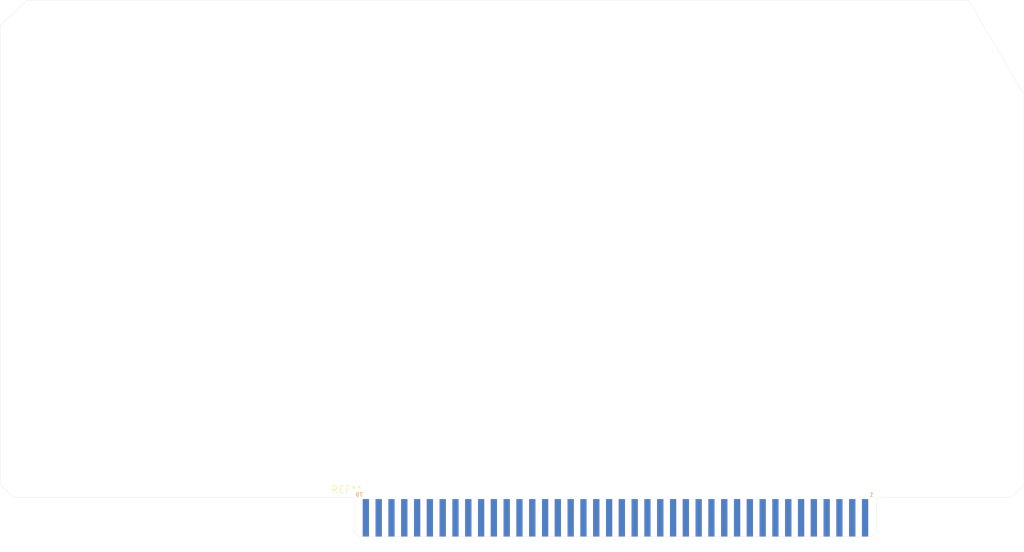
<source format=kicad_pcb>
(kicad_pcb (version 20171130) (host pcbnew 5.1.9)

  (general
    (thickness 1.6)
    (drawings 18)
    (tracks 0)
    (zones 0)
    (modules 1)
    (nets 1)
  )

  (page A4)
  (layers
    (0 F.Cu signal)
    (31 B.Cu signal)
    (32 B.Adhes user)
    (33 F.Adhes user)
    (34 B.Paste user)
    (35 F.Paste user)
    (36 B.SilkS user)
    (37 F.SilkS user)
    (38 B.Mask user)
    (39 F.Mask user)
    (40 Dwgs.User user hide)
    (41 Cmts.User user)
    (42 Eco1.User user)
    (43 Eco2.User user)
    (44 Edge.Cuts user)
    (45 Margin user)
    (46 B.CrtYd user)
    (47 F.CrtYd user)
    (48 B.Fab user)
    (49 F.Fab user)
  )

  (setup
    (last_trace_width 0.25)
    (trace_clearance 0.2)
    (zone_clearance 0.508)
    (zone_45_only no)
    (trace_min 0.2)
    (via_size 0.8)
    (via_drill 0.4)
    (via_min_size 0.4)
    (via_min_drill 0.3)
    (uvia_size 0.3)
    (uvia_drill 0.1)
    (uvias_allowed no)
    (uvia_min_size 0.2)
    (uvia_min_drill 0.1)
    (edge_width 0.05)
    (segment_width 0.2)
    (pcb_text_width 0.3)
    (pcb_text_size 1.5 1.5)
    (mod_edge_width 0.12)
    (mod_text_size 1 1)
    (mod_text_width 0.15)
    (pad_size 1.524 1.524)
    (pad_drill 0.762)
    (pad_to_mask_clearance 0)
    (aux_axis_origin 0 0)
    (visible_elements FEFFFF7F)
    (pcbplotparams
      (layerselection 0x010fc_ffffffff)
      (usegerberextensions false)
      (usegerberattributes true)
      (usegerberadvancedattributes true)
      (creategerberjobfile true)
      (excludeedgelayer true)
      (linewidth 0.150000)
      (plotframeref false)
      (viasonmask false)
      (mode 1)
      (useauxorigin false)
      (hpglpennumber 1)
      (hpglpenspeed 20)
      (hpglpendiameter 15.000000)
      (psnegative false)
      (psa4output false)
      (plotreference true)
      (plotvalue true)
      (plotinvisibletext false)
      (padsonsilk false)
      (subtractmaskfromsilk false)
      (outputformat 1)
      (mirror false)
      (drillshape 1)
      (scaleselection 1)
      (outputdirectory ""))
  )

  (net 0 "")

  (net_class Default "This is the default net class."
    (clearance 0.2)
    (trace_width 0.25)
    (via_dia 0.8)
    (via_drill 0.4)
    (uvia_dia 0.3)
    (uvia_drill 0.1)
  )

  (module GenericComponents:Edge_Connector_80-125 (layer F.Cu) (tedit 6309ADA5) (tstamp 630B1ABC)
    (at 152.654 5.08)
    (fp_text reference REF** (at -66.675 -6.985) (layer F.SilkS)
      (effects (font (size 1.778 1.778) (thickness 0.15)))
    )
    (fp_text value Edge_Connector_80-125 (at 2.5908 7.62) (layer F.Fab)
      (effects (font (size 1 1) (thickness 0.15)))
    )
    (fp_line (start -67.2592 -5.08) (end -64.7192 -5.08) (layer Dwgs.User) (width 0.12))
    (fp_line (start -64.7192 -5.08) (end -64.7192 3.3782) (layer Dwgs.User) (width 0.12))
    (fp_line (start -64.7192 3.3782) (end -63.4492 4.699) (layer Dwgs.User) (width 0.12))
    (fp_line (start -63.4492 4.699) (end 63.6524 4.699) (layer Dwgs.User) (width 0.12))
    (fp_line (start 63.6524 4.699) (end 64.9224 3.429) (layer Dwgs.User) (width 0.12))
    (fp_line (start 64.9224 3.429) (end 64.9224 -5.08) (layer Dwgs.User) (width 0.12))
    (fp_line (start 64.9224 -5.08) (end 67.4624 -5.08) (layer Dwgs.User) (width 0.12))
    (fp_text user 80 (at -63.5 -5.715) (layer F.SilkS)
      (effects (font (size 1 1) (thickness 0.15)))
    )
    (fp_text user 2 (at 63.5 -5.715) (layer F.SilkS)
      (effects (font (size 1 1) (thickness 0.15)))
    )
    (fp_text user 79 (at -63.5 -5.715) (layer B.SilkS)
      (effects (font (size 1 1) (thickness 0.15)) (justify mirror))
    )
    (fp_text user 1 (at 63.5 -5.715) (layer B.SilkS)
      (effects (font (size 1 1) (thickness 0.15)) (justify mirror))
    )
    (pad 60 connect rect (at -30.1625 0) (size 1.524 9.271) (layers F.Cu F.Mask))
    (pad 58 connect rect (at -26.9875 0) (size 1.524 9.271) (layers F.Cu F.Mask))
    (pad 56 connect rect (at -23.8125 0) (size 1.524 9.271) (layers F.Cu F.Mask))
    (pad 54 connect rect (at -20.6375 0) (size 1.524 9.271) (layers F.Cu F.Mask))
    (pad 52 connect rect (at -17.4625 0) (size 1.524 9.271) (layers F.Cu F.Mask))
    (pad 50 connect rect (at -14.2875 0) (size 1.524 9.271) (layers F.Cu F.Mask))
    (pad 48 connect rect (at -11.1125 0) (size 1.524 9.271) (layers F.Cu F.Mask))
    (pad 42 connect rect (at -1.5875 0) (size 1.524 9.271) (layers F.Cu F.Mask))
    (pad 46 connect rect (at -7.9375 0) (size 1.524 9.271) (layers F.Cu F.Mask))
    (pad 44 connect rect (at -4.7625 0) (size 1.524 9.271) (layers F.Cu F.Mask))
    (pad 36 connect rect (at 7.9375 0) (size 1.524 9.271) (layers F.Cu F.Mask))
    (pad 40 connect rect (at 1.5875 0) (size 1.524 9.271) (layers F.Cu F.Mask))
    (pad 38 connect rect (at 4.7625 0) (size 1.524 9.271) (layers F.Cu F.Mask))
    (pad 34 connect rect (at 11.1125 0) (size 1.524 9.271) (layers F.Cu F.Mask))
    (pad 28 connect rect (at 20.6375 0) (size 1.524 9.271) (layers F.Cu F.Mask))
    (pad 32 connect rect (at 14.2875 0) (size 1.524 9.271) (layers F.Cu F.Mask))
    (pad 30 connect rect (at 17.4625 0) (size 1.524 9.271) (layers F.Cu F.Mask))
    (pad 22 connect rect (at 30.1625 0) (size 1.524 9.271) (layers F.Cu F.Mask))
    (pad 26 connect rect (at 23.8125 0) (size 1.524 9.271) (layers F.Cu F.Mask))
    (pad 12 connect rect (at 46.0375 0) (size 1.524 9.271) (layers F.Cu F.Mask))
    (pad 10 connect rect (at 49.2125 0) (size 1.524 9.271) (layers F.Cu F.Mask))
    (pad 24 connect rect (at 26.9875 0) (size 1.524 9.271) (layers F.Cu F.Mask))
    (pad 6 connect rect (at 55.5625 0) (size 1.524 9.271) (layers F.Cu F.Mask))
    (pad 20 connect rect (at 33.3375 0) (size 1.524 9.271) (layers F.Cu F.Mask))
    (pad 18 connect rect (at 36.5125 0) (size 1.524 9.271) (layers F.Cu F.Mask))
    (pad 14 connect rect (at 42.8625 0) (size 1.524 9.271) (layers F.Cu F.Mask))
    (pad 16 connect rect (at 39.6875 0) (size 1.524 9.271) (layers F.Cu F.Mask))
    (pad 8 connect rect (at 52.3875 0) (size 1.524 9.271) (layers F.Cu F.Mask))
    (pad 4 connect rect (at 58.7375 0) (size 1.524 9.271) (layers F.Cu F.Mask))
    (pad 2 connect rect (at 61.9125 0) (size 1.524 9.271) (layers F.Cu F.Mask))
    (pad 76 connect rect (at -55.5625 0) (size 1.524 9.271) (layers F.Cu F.Mask))
    (pad 62 connect rect (at -33.3375 0) (size 1.524 9.271) (layers F.Cu F.Mask))
    (pad 64 connect rect (at -36.5125 0) (size 1.524 9.271) (layers F.Cu F.Mask))
    (pad 74 connect rect (at -52.3875 0) (size 1.524 9.271) (layers F.Cu F.Mask))
    (pad 80 connect rect (at -61.9125 0) (size 1.524 9.271) (layers F.Cu F.Mask))
    (pad 70 connect rect (at -46.0375 0) (size 1.524 9.271) (layers F.Cu F.Mask))
    (pad 68 connect rect (at -42.8625 0) (size 1.524 9.271) (layers F.Cu F.Mask))
    (pad 66 connect rect (at -39.6875 0) (size 1.524 9.271) (layers F.Cu F.Mask))
    (pad 78 connect rect (at -58.7375 0) (size 1.524 9.271) (layers F.Cu F.Mask))
    (pad 72 connect rect (at -49.2125 0) (size 1.524 9.271) (layers F.Cu F.Mask))
    (pad 73 connect rect (at -52.3875 0) (size 1.524 9.271) (layers B.Cu F.Mask))
    (pad 63 connect rect (at -36.5125 0) (size 1.524 9.271) (layers B.Cu F.Mask))
    (pad 15 connect rect (at 39.6875 0) (size 1.524 9.271) (layers B.Cu F.Mask))
    (pad 33 connect rect (at 11.1125 0) (size 1.524 9.271) (layers B.Cu F.Mask))
    (pad 59 connect rect (at -30.1625 0) (size 1.524 9.271) (layers B.Cu F.Mask))
    (pad 71 connect rect (at -49.2125 0) (size 1.524 9.271) (layers B.Cu F.Mask))
    (pad 23 connect rect (at 26.9875 0) (size 1.524 9.271) (layers B.Cu F.Mask))
    (pad 29 connect rect (at 17.4625 0) (size 1.524 9.271) (layers B.Cu F.Mask))
    (pad 1 connect rect (at 61.9125 0) (size 1.524 9.271) (layers B.Cu F.Mask))
    (pad 75 connect rect (at -55.5625 0) (size 1.524 9.271) (layers B.Cu F.Mask))
    (pad 61 connect rect (at -33.3375 0) (size 1.524 9.271) (layers B.Cu F.Mask))
    (pad 69 connect rect (at -46.0375 0) (size 1.524 9.271) (layers B.Cu F.Mask))
    (pad 47 connect rect (at -11.1125 0) (size 1.524 9.271) (layers B.Cu F.Mask))
    (pad 53 connect rect (at -20.6375 0) (size 1.524 9.271) (layers B.Cu F.Mask))
    (pad 3 connect rect (at 58.7375 0) (size 1.524 9.271) (layers B.Cu F.Mask))
    (pad 13 connect rect (at 42.8625 0) (size 1.524 9.271) (layers B.Cu F.Mask))
    (pad 19 connect rect (at 33.3375 0) (size 1.524 9.271) (layers B.Cu F.Mask))
    (pad 43 connect rect (at -4.7625 0) (size 1.524 9.271) (layers B.Cu F.Mask))
    (pad 9 connect rect (at 49.2125 0) (size 1.524 9.271) (layers B.Cu F.Mask))
    (pad 79 connect rect (at -61.9125 0) (size 1.524 9.271) (layers B.Cu F.Mask))
    (pad 7 connect rect (at 52.3875 0) (size 1.524 9.271) (layers B.Cu F.Mask))
    (pad 35 connect rect (at 7.9375 0) (size 1.524 9.271) (layers B.Cu F.Mask))
    (pad 67 connect rect (at -42.8625 0) (size 1.524 9.271) (layers B.Cu F.Mask))
    (pad 31 connect rect (at 14.2875 0) (size 1.524 9.271) (layers B.Cu F.Mask))
    (pad 5 connect rect (at 55.5625 0) (size 1.524 9.271) (layers B.Cu F.Mask))
    (pad 49 connect rect (at -14.2875 0) (size 1.524 9.271) (layers B.Cu F.Mask))
    (pad 37 connect rect (at 4.7625 0) (size 1.524 9.271) (layers B.Cu F.Mask))
    (pad 25 connect rect (at 23.8125 0) (size 1.524 9.271) (layers B.Cu F.Mask))
    (pad 27 connect rect (at 20.6375 0) (size 1.524 9.271) (layers B.Cu F.Mask))
    (pad 57 connect rect (at -26.9875 0) (size 1.524 9.271) (layers B.Cu F.Mask))
    (pad 39 connect rect (at 1.5875 0) (size 1.524 9.271) (layers B.Cu F.Mask))
    (pad 17 connect rect (at 36.5125 0) (size 1.524 9.271) (layers B.Cu F.Mask))
    (pad 65 connect rect (at -39.6875 0) (size 1.524 9.271) (layers B.Cu F.Mask))
    (pad 41 connect rect (at -1.5875 0) (size 1.524 9.271) (layers B.Cu F.Mask))
    (pad 51 connect rect (at -17.4625 0) (size 1.524 9.271) (layers B.Cu F.Mask))
    (pad 21 connect rect (at 30.1625 0) (size 1.524 9.271) (layers B.Cu F.Mask))
    (pad 77 connect rect (at -58.7375 0) (size 1.524 9.271) (layers B.Cu F.Mask))
    (pad 11 connect rect (at 46.0375 0) (size 1.524 9.271) (layers B.Cu F.Mask))
    (pad 45 connect rect (at -7.9375 0) (size 1.524 9.271) (layers B.Cu F.Mask))
    (pad 55 connect rect (at -23.8125 0) (size 1.524 9.271) (layers B.Cu F.Mask))
  )

  (gr_line (start 217.4748 0) (end 217.4748 8.509) (layer Edge.Cuts) (width 0.05) (tstamp 63099810))
  (gr_line (start 217.4748 8.509) (end 216.2048 9.779) (layer Edge.Cuts) (width 0.05))
  (gr_line (start 89.027 9.779) (end 216.2048 9.779) (layer Edge.Cuts) (width 0.05))
  (gr_line (start 87.8332 8.509) (end 89.027 9.779) (layer Edge.Cuts) (width 0.05))
  (gr_line (start 87.8332 0) (end 87.8332 8.509) (layer Edge.Cuts) (width 0.05))
  (gr_line (start 3.3782 0) (end 87.8332 0) (layer Edge.Cuts) (width 0.05))
  (gr_line (start 3.3782 0) (end 0 -3.0734) (layer Edge.Cuts) (width 0.05))
  (gr_line (start 250.9266 0) (end 217.4748 0) (layer Edge.Cuts) (width 0.05))
  (gr_line (start 254 -3.0734) (end 250.9266 0) (layer Edge.Cuts) (width 0.05))
  (gr_line (start 254 -99.9744) (end 254 -3.0734) (layer Edge.Cuts) (width 0.05))
  (gr_line (start 240.1824 -123.444) (end 254 -99.9744) (layer Edge.Cuts) (width 0.05))
  (gr_line (start 6.731 -123.444) (end 240.1824 -123.444) (layer Edge.Cuts) (width 0.05))
  (gr_line (start 0 -117.0178) (end 6.731 -123.444) (layer Edge.Cuts) (width 0.05))
  (gr_line (start 0 -3.0734) (end 0 -117.0178) (layer Edge.Cuts) (width 0.05))
  (gr_line (start 0 -123.444) (end 254 -123.444) (layer Dwgs.User) (width 0.1))
  (gr_line (start 254 0) (end 254 -123.444) (layer Dwgs.User) (width 0.1))
  (gr_line (start 0 0) (end 254 0) (layer Dwgs.User) (width 0.1))
  (gr_line (start 0 0) (end 0 -123.444) (layer Dwgs.User) (width 0.1))

)

</source>
